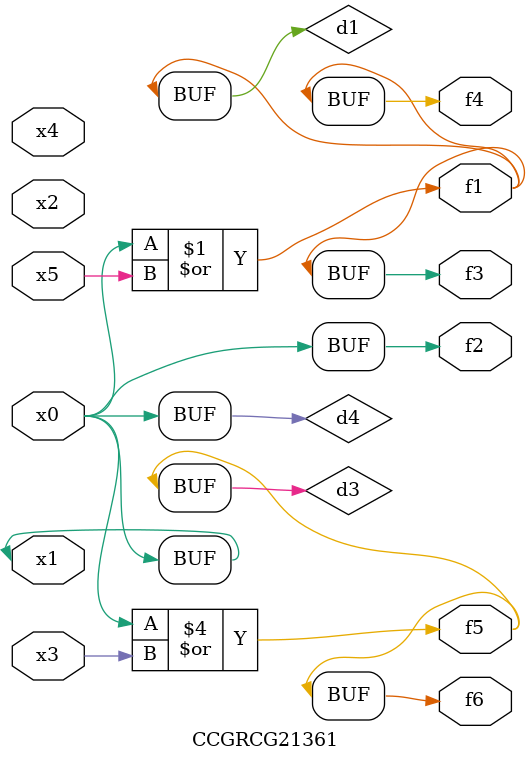
<source format=v>
module CCGRCG21361(
	input x0, x1, x2, x3, x4, x5,
	output f1, f2, f3, f4, f5, f6
);

	wire d1, d2, d3, d4;

	or (d1, x0, x5);
	xnor (d2, x1, x4);
	or (d3, x0, x3);
	buf (d4, x0, x1);
	assign f1 = d1;
	assign f2 = d4;
	assign f3 = d1;
	assign f4 = d1;
	assign f5 = d3;
	assign f6 = d3;
endmodule

</source>
